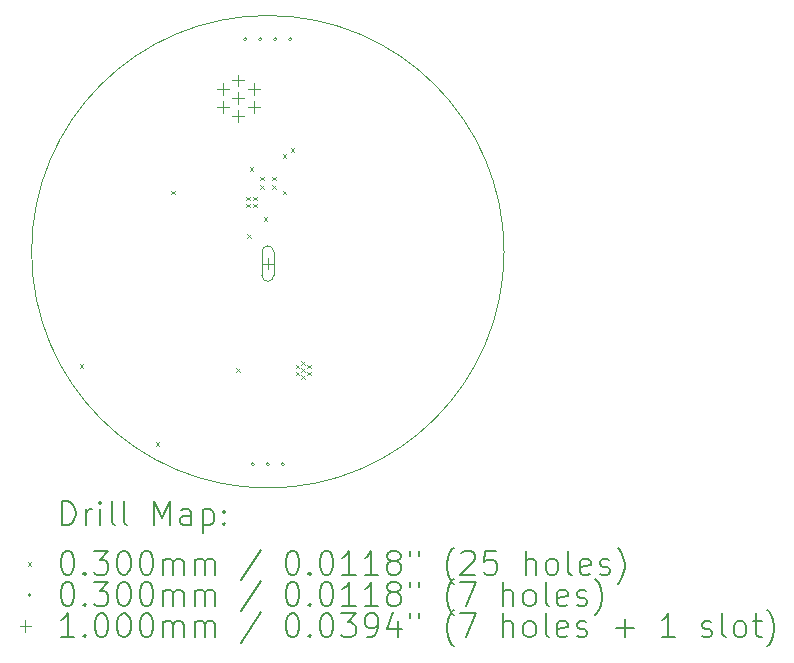
<source format=gbr>
%TF.GenerationSoftware,KiCad,Pcbnew,8.0.7*%
%TF.CreationDate,2024-12-04T21:33:15-06:00*%
%TF.ProjectId,b1,62312e6b-6963-4616-945f-706362585858,rev?*%
%TF.SameCoordinates,Original*%
%TF.FileFunction,Drillmap*%
%TF.FilePolarity,Positive*%
%FSLAX45Y45*%
G04 Gerber Fmt 4.5, Leading zero omitted, Abs format (unit mm)*
G04 Created by KiCad (PCBNEW 8.0.7) date 2024-12-04 21:33:15*
%MOMM*%
%LPD*%
G01*
G04 APERTURE LIST*
%ADD10C,0.050000*%
%ADD11C,0.200000*%
%ADD12C,0.100000*%
G04 APERTURE END LIST*
D10*
X7000000Y-5000000D02*
G75*
G02*
X3000000Y-5000000I-2000000J0D01*
G01*
X3000000Y-5000000D02*
G75*
G02*
X7000000Y-5000000I2000000J0D01*
G01*
D11*
D12*
X3407103Y-5952002D02*
X3437103Y-5982002D01*
X3437103Y-5952002D02*
X3407103Y-5982002D01*
X4052500Y-6611397D02*
X4082500Y-6641397D01*
X4082500Y-6611397D02*
X4052500Y-6641397D01*
X4184000Y-4485000D02*
X4214000Y-4515000D01*
X4214000Y-4485000D02*
X4184000Y-4515000D01*
X4731000Y-5985000D02*
X4761000Y-6015000D01*
X4761000Y-5985000D02*
X4731000Y-6015000D01*
X4815000Y-4535000D02*
X4845000Y-4565000D01*
X4845000Y-4535000D02*
X4815000Y-4565000D01*
X4815000Y-4595000D02*
X4845000Y-4625000D01*
X4845000Y-4595000D02*
X4815000Y-4625000D01*
X4824700Y-4849700D02*
X4854700Y-4879700D01*
X4854700Y-4849700D02*
X4824700Y-4879700D01*
X4845493Y-4285000D02*
X4875493Y-4315000D01*
X4875493Y-4285000D02*
X4845493Y-4315000D01*
X4875000Y-4535000D02*
X4905000Y-4565000D01*
X4905000Y-4535000D02*
X4875000Y-4565000D01*
X4875000Y-4595000D02*
X4905000Y-4625000D01*
X4905000Y-4595000D02*
X4875000Y-4625000D01*
X4935000Y-4365000D02*
X4965000Y-4395000D01*
X4965000Y-4365000D02*
X4935000Y-4395000D01*
X4935000Y-4435000D02*
X4965000Y-4465000D01*
X4965000Y-4435000D02*
X4935000Y-4465000D01*
X4965000Y-4709400D02*
X4995000Y-4739400D01*
X4995000Y-4709400D02*
X4965000Y-4739400D01*
X5035000Y-4365000D02*
X5065000Y-4395000D01*
X5065000Y-4365000D02*
X5035000Y-4395000D01*
X5035000Y-4435000D02*
X5065000Y-4465000D01*
X5065000Y-4435000D02*
X5035000Y-4465000D01*
X5124507Y-4485000D02*
X5154507Y-4515000D01*
X5154507Y-4485000D02*
X5124507Y-4515000D01*
X5125000Y-4172426D02*
X5155000Y-4202427D01*
X5155000Y-4172426D02*
X5125000Y-4202427D01*
X5193586Y-4123333D02*
X5223586Y-4153333D01*
X5223586Y-4123333D02*
X5193586Y-4153333D01*
X5235000Y-5955000D02*
X5265000Y-5985000D01*
X5265000Y-5955000D02*
X5235000Y-5985000D01*
X5235000Y-6015000D02*
X5265000Y-6045000D01*
X5265000Y-6015000D02*
X5235000Y-6045000D01*
X5285000Y-5925000D02*
X5315000Y-5955000D01*
X5315000Y-5925000D02*
X5285000Y-5955000D01*
X5285000Y-5985000D02*
X5315000Y-6015000D01*
X5315000Y-5985000D02*
X5285000Y-6015000D01*
X5285000Y-6045000D02*
X5315000Y-6075000D01*
X5315000Y-6045000D02*
X5285000Y-6075000D01*
X5335000Y-5955000D02*
X5365000Y-5985000D01*
X5365000Y-5955000D02*
X5335000Y-5985000D01*
X5335000Y-6015000D02*
X5365000Y-6045000D01*
X5365000Y-6015000D02*
X5335000Y-6045000D01*
X4824500Y-3200000D02*
G75*
G02*
X4794500Y-3200000I-15000J0D01*
G01*
X4794500Y-3200000D02*
G75*
G02*
X4824500Y-3200000I15000J0D01*
G01*
X4888000Y-6800000D02*
G75*
G02*
X4858000Y-6800000I-15000J0D01*
G01*
X4858000Y-6800000D02*
G75*
G02*
X4888000Y-6800000I15000J0D01*
G01*
X4951500Y-3200000D02*
G75*
G02*
X4921500Y-3200000I-15000J0D01*
G01*
X4921500Y-3200000D02*
G75*
G02*
X4951500Y-3200000I15000J0D01*
G01*
X5015000Y-6800000D02*
G75*
G02*
X4985000Y-6800000I-15000J0D01*
G01*
X4985000Y-6800000D02*
G75*
G02*
X5015000Y-6800000I15000J0D01*
G01*
X5078500Y-3200000D02*
G75*
G02*
X5048500Y-3200000I-15000J0D01*
G01*
X5048500Y-3200000D02*
G75*
G02*
X5078500Y-3200000I15000J0D01*
G01*
X5142000Y-6800000D02*
G75*
G02*
X5112000Y-6800000I-15000J0D01*
G01*
X5112000Y-6800000D02*
G75*
G02*
X5142000Y-6800000I15000J0D01*
G01*
X5205500Y-3200000D02*
G75*
G02*
X5175500Y-3200000I-15000J0D01*
G01*
X5175500Y-3200000D02*
G75*
G02*
X5205500Y-3200000I15000J0D01*
G01*
X4620096Y-3575000D02*
X4620096Y-3675000D01*
X4570096Y-3625000D02*
X4670096Y-3625000D01*
X4620096Y-3725000D02*
X4620096Y-3825000D01*
X4570096Y-3775000D02*
X4670096Y-3775000D01*
X4750000Y-3500000D02*
X4750000Y-3600000D01*
X4700000Y-3550000D02*
X4800000Y-3550000D01*
X4750000Y-3650000D02*
X4750000Y-3750000D01*
X4700000Y-3700000D02*
X4800000Y-3700000D01*
X4750000Y-3800000D02*
X4750000Y-3900000D01*
X4700000Y-3850000D02*
X4800000Y-3850000D01*
X4879904Y-3575000D02*
X4879904Y-3675000D01*
X4829904Y-3625000D02*
X4929904Y-3625000D01*
X4879904Y-3725000D02*
X4879904Y-3825000D01*
X4829904Y-3775000D02*
X4929904Y-3775000D01*
X5000000Y-5050000D02*
X5000000Y-5150000D01*
X4950000Y-5100000D02*
X5050000Y-5100000D01*
X4950000Y-5000000D02*
X4950000Y-5200000D01*
X5050000Y-5200000D02*
G75*
G02*
X4950000Y-5200000I-50000J0D01*
G01*
X5050000Y-5200000D02*
X5050000Y-5000000D01*
X5050000Y-5000000D02*
G75*
G03*
X4950000Y-5000000I-50000J0D01*
G01*
D11*
X3258277Y-7313984D02*
X3258277Y-7113984D01*
X3258277Y-7113984D02*
X3305896Y-7113984D01*
X3305896Y-7113984D02*
X3334467Y-7123508D01*
X3334467Y-7123508D02*
X3353515Y-7142555D01*
X3353515Y-7142555D02*
X3363039Y-7161603D01*
X3363039Y-7161603D02*
X3372562Y-7199698D01*
X3372562Y-7199698D02*
X3372562Y-7228269D01*
X3372562Y-7228269D02*
X3363039Y-7266365D01*
X3363039Y-7266365D02*
X3353515Y-7285412D01*
X3353515Y-7285412D02*
X3334467Y-7304460D01*
X3334467Y-7304460D02*
X3305896Y-7313984D01*
X3305896Y-7313984D02*
X3258277Y-7313984D01*
X3458277Y-7313984D02*
X3458277Y-7180650D01*
X3458277Y-7218746D02*
X3467801Y-7199698D01*
X3467801Y-7199698D02*
X3477324Y-7190174D01*
X3477324Y-7190174D02*
X3496372Y-7180650D01*
X3496372Y-7180650D02*
X3515420Y-7180650D01*
X3582086Y-7313984D02*
X3582086Y-7180650D01*
X3582086Y-7113984D02*
X3572562Y-7123508D01*
X3572562Y-7123508D02*
X3582086Y-7133031D01*
X3582086Y-7133031D02*
X3591610Y-7123508D01*
X3591610Y-7123508D02*
X3582086Y-7113984D01*
X3582086Y-7113984D02*
X3582086Y-7133031D01*
X3705896Y-7313984D02*
X3686848Y-7304460D01*
X3686848Y-7304460D02*
X3677324Y-7285412D01*
X3677324Y-7285412D02*
X3677324Y-7113984D01*
X3810658Y-7313984D02*
X3791610Y-7304460D01*
X3791610Y-7304460D02*
X3782086Y-7285412D01*
X3782086Y-7285412D02*
X3782086Y-7113984D01*
X4039229Y-7313984D02*
X4039229Y-7113984D01*
X4039229Y-7113984D02*
X4105896Y-7256841D01*
X4105896Y-7256841D02*
X4172562Y-7113984D01*
X4172562Y-7113984D02*
X4172562Y-7313984D01*
X4353515Y-7313984D02*
X4353515Y-7209222D01*
X4353515Y-7209222D02*
X4343991Y-7190174D01*
X4343991Y-7190174D02*
X4324944Y-7180650D01*
X4324944Y-7180650D02*
X4286848Y-7180650D01*
X4286848Y-7180650D02*
X4267801Y-7190174D01*
X4353515Y-7304460D02*
X4334467Y-7313984D01*
X4334467Y-7313984D02*
X4286848Y-7313984D01*
X4286848Y-7313984D02*
X4267801Y-7304460D01*
X4267801Y-7304460D02*
X4258277Y-7285412D01*
X4258277Y-7285412D02*
X4258277Y-7266365D01*
X4258277Y-7266365D02*
X4267801Y-7247317D01*
X4267801Y-7247317D02*
X4286848Y-7237793D01*
X4286848Y-7237793D02*
X4334467Y-7237793D01*
X4334467Y-7237793D02*
X4353515Y-7228269D01*
X4448753Y-7180650D02*
X4448753Y-7380650D01*
X4448753Y-7190174D02*
X4467801Y-7180650D01*
X4467801Y-7180650D02*
X4505896Y-7180650D01*
X4505896Y-7180650D02*
X4524944Y-7190174D01*
X4524944Y-7190174D02*
X4534467Y-7199698D01*
X4534467Y-7199698D02*
X4543991Y-7218746D01*
X4543991Y-7218746D02*
X4543991Y-7275888D01*
X4543991Y-7275888D02*
X4534467Y-7294936D01*
X4534467Y-7294936D02*
X4524944Y-7304460D01*
X4524944Y-7304460D02*
X4505896Y-7313984D01*
X4505896Y-7313984D02*
X4467801Y-7313984D01*
X4467801Y-7313984D02*
X4448753Y-7304460D01*
X4629705Y-7294936D02*
X4639229Y-7304460D01*
X4639229Y-7304460D02*
X4629705Y-7313984D01*
X4629705Y-7313984D02*
X4620182Y-7304460D01*
X4620182Y-7304460D02*
X4629705Y-7294936D01*
X4629705Y-7294936D02*
X4629705Y-7313984D01*
X4629705Y-7190174D02*
X4639229Y-7199698D01*
X4639229Y-7199698D02*
X4629705Y-7209222D01*
X4629705Y-7209222D02*
X4620182Y-7199698D01*
X4620182Y-7199698D02*
X4629705Y-7190174D01*
X4629705Y-7190174D02*
X4629705Y-7209222D01*
D12*
X2967500Y-7627500D02*
X2997500Y-7657500D01*
X2997500Y-7627500D02*
X2967500Y-7657500D01*
D11*
X3296372Y-7533984D02*
X3315420Y-7533984D01*
X3315420Y-7533984D02*
X3334467Y-7543508D01*
X3334467Y-7543508D02*
X3343991Y-7553031D01*
X3343991Y-7553031D02*
X3353515Y-7572079D01*
X3353515Y-7572079D02*
X3363039Y-7610174D01*
X3363039Y-7610174D02*
X3363039Y-7657793D01*
X3363039Y-7657793D02*
X3353515Y-7695888D01*
X3353515Y-7695888D02*
X3343991Y-7714936D01*
X3343991Y-7714936D02*
X3334467Y-7724460D01*
X3334467Y-7724460D02*
X3315420Y-7733984D01*
X3315420Y-7733984D02*
X3296372Y-7733984D01*
X3296372Y-7733984D02*
X3277324Y-7724460D01*
X3277324Y-7724460D02*
X3267801Y-7714936D01*
X3267801Y-7714936D02*
X3258277Y-7695888D01*
X3258277Y-7695888D02*
X3248753Y-7657793D01*
X3248753Y-7657793D02*
X3248753Y-7610174D01*
X3248753Y-7610174D02*
X3258277Y-7572079D01*
X3258277Y-7572079D02*
X3267801Y-7553031D01*
X3267801Y-7553031D02*
X3277324Y-7543508D01*
X3277324Y-7543508D02*
X3296372Y-7533984D01*
X3448753Y-7714936D02*
X3458277Y-7724460D01*
X3458277Y-7724460D02*
X3448753Y-7733984D01*
X3448753Y-7733984D02*
X3439229Y-7724460D01*
X3439229Y-7724460D02*
X3448753Y-7714936D01*
X3448753Y-7714936D02*
X3448753Y-7733984D01*
X3524943Y-7533984D02*
X3648753Y-7533984D01*
X3648753Y-7533984D02*
X3582086Y-7610174D01*
X3582086Y-7610174D02*
X3610658Y-7610174D01*
X3610658Y-7610174D02*
X3629705Y-7619698D01*
X3629705Y-7619698D02*
X3639229Y-7629222D01*
X3639229Y-7629222D02*
X3648753Y-7648269D01*
X3648753Y-7648269D02*
X3648753Y-7695888D01*
X3648753Y-7695888D02*
X3639229Y-7714936D01*
X3639229Y-7714936D02*
X3629705Y-7724460D01*
X3629705Y-7724460D02*
X3610658Y-7733984D01*
X3610658Y-7733984D02*
X3553515Y-7733984D01*
X3553515Y-7733984D02*
X3534467Y-7724460D01*
X3534467Y-7724460D02*
X3524943Y-7714936D01*
X3772562Y-7533984D02*
X3791610Y-7533984D01*
X3791610Y-7533984D02*
X3810658Y-7543508D01*
X3810658Y-7543508D02*
X3820182Y-7553031D01*
X3820182Y-7553031D02*
X3829705Y-7572079D01*
X3829705Y-7572079D02*
X3839229Y-7610174D01*
X3839229Y-7610174D02*
X3839229Y-7657793D01*
X3839229Y-7657793D02*
X3829705Y-7695888D01*
X3829705Y-7695888D02*
X3820182Y-7714936D01*
X3820182Y-7714936D02*
X3810658Y-7724460D01*
X3810658Y-7724460D02*
X3791610Y-7733984D01*
X3791610Y-7733984D02*
X3772562Y-7733984D01*
X3772562Y-7733984D02*
X3753515Y-7724460D01*
X3753515Y-7724460D02*
X3743991Y-7714936D01*
X3743991Y-7714936D02*
X3734467Y-7695888D01*
X3734467Y-7695888D02*
X3724943Y-7657793D01*
X3724943Y-7657793D02*
X3724943Y-7610174D01*
X3724943Y-7610174D02*
X3734467Y-7572079D01*
X3734467Y-7572079D02*
X3743991Y-7553031D01*
X3743991Y-7553031D02*
X3753515Y-7543508D01*
X3753515Y-7543508D02*
X3772562Y-7533984D01*
X3963039Y-7533984D02*
X3982086Y-7533984D01*
X3982086Y-7533984D02*
X4001134Y-7543508D01*
X4001134Y-7543508D02*
X4010658Y-7553031D01*
X4010658Y-7553031D02*
X4020182Y-7572079D01*
X4020182Y-7572079D02*
X4029705Y-7610174D01*
X4029705Y-7610174D02*
X4029705Y-7657793D01*
X4029705Y-7657793D02*
X4020182Y-7695888D01*
X4020182Y-7695888D02*
X4010658Y-7714936D01*
X4010658Y-7714936D02*
X4001134Y-7724460D01*
X4001134Y-7724460D02*
X3982086Y-7733984D01*
X3982086Y-7733984D02*
X3963039Y-7733984D01*
X3963039Y-7733984D02*
X3943991Y-7724460D01*
X3943991Y-7724460D02*
X3934467Y-7714936D01*
X3934467Y-7714936D02*
X3924943Y-7695888D01*
X3924943Y-7695888D02*
X3915420Y-7657793D01*
X3915420Y-7657793D02*
X3915420Y-7610174D01*
X3915420Y-7610174D02*
X3924943Y-7572079D01*
X3924943Y-7572079D02*
X3934467Y-7553031D01*
X3934467Y-7553031D02*
X3943991Y-7543508D01*
X3943991Y-7543508D02*
X3963039Y-7533984D01*
X4115420Y-7733984D02*
X4115420Y-7600650D01*
X4115420Y-7619698D02*
X4124943Y-7610174D01*
X4124943Y-7610174D02*
X4143991Y-7600650D01*
X4143991Y-7600650D02*
X4172563Y-7600650D01*
X4172563Y-7600650D02*
X4191610Y-7610174D01*
X4191610Y-7610174D02*
X4201134Y-7629222D01*
X4201134Y-7629222D02*
X4201134Y-7733984D01*
X4201134Y-7629222D02*
X4210658Y-7610174D01*
X4210658Y-7610174D02*
X4229705Y-7600650D01*
X4229705Y-7600650D02*
X4258277Y-7600650D01*
X4258277Y-7600650D02*
X4277325Y-7610174D01*
X4277325Y-7610174D02*
X4286848Y-7629222D01*
X4286848Y-7629222D02*
X4286848Y-7733984D01*
X4382086Y-7733984D02*
X4382086Y-7600650D01*
X4382086Y-7619698D02*
X4391610Y-7610174D01*
X4391610Y-7610174D02*
X4410658Y-7600650D01*
X4410658Y-7600650D02*
X4439229Y-7600650D01*
X4439229Y-7600650D02*
X4458277Y-7610174D01*
X4458277Y-7610174D02*
X4467801Y-7629222D01*
X4467801Y-7629222D02*
X4467801Y-7733984D01*
X4467801Y-7629222D02*
X4477325Y-7610174D01*
X4477325Y-7610174D02*
X4496372Y-7600650D01*
X4496372Y-7600650D02*
X4524944Y-7600650D01*
X4524944Y-7600650D02*
X4543991Y-7610174D01*
X4543991Y-7610174D02*
X4553515Y-7629222D01*
X4553515Y-7629222D02*
X4553515Y-7733984D01*
X4943991Y-7524460D02*
X4772563Y-7781603D01*
X5201134Y-7533984D02*
X5220182Y-7533984D01*
X5220182Y-7533984D02*
X5239229Y-7543508D01*
X5239229Y-7543508D02*
X5248753Y-7553031D01*
X5248753Y-7553031D02*
X5258277Y-7572079D01*
X5258277Y-7572079D02*
X5267801Y-7610174D01*
X5267801Y-7610174D02*
X5267801Y-7657793D01*
X5267801Y-7657793D02*
X5258277Y-7695888D01*
X5258277Y-7695888D02*
X5248753Y-7714936D01*
X5248753Y-7714936D02*
X5239229Y-7724460D01*
X5239229Y-7724460D02*
X5220182Y-7733984D01*
X5220182Y-7733984D02*
X5201134Y-7733984D01*
X5201134Y-7733984D02*
X5182087Y-7724460D01*
X5182087Y-7724460D02*
X5172563Y-7714936D01*
X5172563Y-7714936D02*
X5163039Y-7695888D01*
X5163039Y-7695888D02*
X5153515Y-7657793D01*
X5153515Y-7657793D02*
X5153515Y-7610174D01*
X5153515Y-7610174D02*
X5163039Y-7572079D01*
X5163039Y-7572079D02*
X5172563Y-7553031D01*
X5172563Y-7553031D02*
X5182087Y-7543508D01*
X5182087Y-7543508D02*
X5201134Y-7533984D01*
X5353515Y-7714936D02*
X5363039Y-7724460D01*
X5363039Y-7724460D02*
X5353515Y-7733984D01*
X5353515Y-7733984D02*
X5343991Y-7724460D01*
X5343991Y-7724460D02*
X5353515Y-7714936D01*
X5353515Y-7714936D02*
X5353515Y-7733984D01*
X5486848Y-7533984D02*
X5505896Y-7533984D01*
X5505896Y-7533984D02*
X5524944Y-7543508D01*
X5524944Y-7543508D02*
X5534468Y-7553031D01*
X5534468Y-7553031D02*
X5543991Y-7572079D01*
X5543991Y-7572079D02*
X5553515Y-7610174D01*
X5553515Y-7610174D02*
X5553515Y-7657793D01*
X5553515Y-7657793D02*
X5543991Y-7695888D01*
X5543991Y-7695888D02*
X5534468Y-7714936D01*
X5534468Y-7714936D02*
X5524944Y-7724460D01*
X5524944Y-7724460D02*
X5505896Y-7733984D01*
X5505896Y-7733984D02*
X5486848Y-7733984D01*
X5486848Y-7733984D02*
X5467801Y-7724460D01*
X5467801Y-7724460D02*
X5458277Y-7714936D01*
X5458277Y-7714936D02*
X5448753Y-7695888D01*
X5448753Y-7695888D02*
X5439229Y-7657793D01*
X5439229Y-7657793D02*
X5439229Y-7610174D01*
X5439229Y-7610174D02*
X5448753Y-7572079D01*
X5448753Y-7572079D02*
X5458277Y-7553031D01*
X5458277Y-7553031D02*
X5467801Y-7543508D01*
X5467801Y-7543508D02*
X5486848Y-7533984D01*
X5743991Y-7733984D02*
X5629706Y-7733984D01*
X5686848Y-7733984D02*
X5686848Y-7533984D01*
X5686848Y-7533984D02*
X5667801Y-7562555D01*
X5667801Y-7562555D02*
X5648753Y-7581603D01*
X5648753Y-7581603D02*
X5629706Y-7591127D01*
X5934467Y-7733984D02*
X5820182Y-7733984D01*
X5877325Y-7733984D02*
X5877325Y-7533984D01*
X5877325Y-7533984D02*
X5858277Y-7562555D01*
X5858277Y-7562555D02*
X5839229Y-7581603D01*
X5839229Y-7581603D02*
X5820182Y-7591127D01*
X6048753Y-7619698D02*
X6029706Y-7610174D01*
X6029706Y-7610174D02*
X6020182Y-7600650D01*
X6020182Y-7600650D02*
X6010658Y-7581603D01*
X6010658Y-7581603D02*
X6010658Y-7572079D01*
X6010658Y-7572079D02*
X6020182Y-7553031D01*
X6020182Y-7553031D02*
X6029706Y-7543508D01*
X6029706Y-7543508D02*
X6048753Y-7533984D01*
X6048753Y-7533984D02*
X6086848Y-7533984D01*
X6086848Y-7533984D02*
X6105896Y-7543508D01*
X6105896Y-7543508D02*
X6115420Y-7553031D01*
X6115420Y-7553031D02*
X6124944Y-7572079D01*
X6124944Y-7572079D02*
X6124944Y-7581603D01*
X6124944Y-7581603D02*
X6115420Y-7600650D01*
X6115420Y-7600650D02*
X6105896Y-7610174D01*
X6105896Y-7610174D02*
X6086848Y-7619698D01*
X6086848Y-7619698D02*
X6048753Y-7619698D01*
X6048753Y-7619698D02*
X6029706Y-7629222D01*
X6029706Y-7629222D02*
X6020182Y-7638746D01*
X6020182Y-7638746D02*
X6010658Y-7657793D01*
X6010658Y-7657793D02*
X6010658Y-7695888D01*
X6010658Y-7695888D02*
X6020182Y-7714936D01*
X6020182Y-7714936D02*
X6029706Y-7724460D01*
X6029706Y-7724460D02*
X6048753Y-7733984D01*
X6048753Y-7733984D02*
X6086848Y-7733984D01*
X6086848Y-7733984D02*
X6105896Y-7724460D01*
X6105896Y-7724460D02*
X6115420Y-7714936D01*
X6115420Y-7714936D02*
X6124944Y-7695888D01*
X6124944Y-7695888D02*
X6124944Y-7657793D01*
X6124944Y-7657793D02*
X6115420Y-7638746D01*
X6115420Y-7638746D02*
X6105896Y-7629222D01*
X6105896Y-7629222D02*
X6086848Y-7619698D01*
X6201134Y-7533984D02*
X6201134Y-7572079D01*
X6277325Y-7533984D02*
X6277325Y-7572079D01*
X6572563Y-7810174D02*
X6563039Y-7800650D01*
X6563039Y-7800650D02*
X6543991Y-7772079D01*
X6543991Y-7772079D02*
X6534468Y-7753031D01*
X6534468Y-7753031D02*
X6524944Y-7724460D01*
X6524944Y-7724460D02*
X6515420Y-7676841D01*
X6515420Y-7676841D02*
X6515420Y-7638746D01*
X6515420Y-7638746D02*
X6524944Y-7591127D01*
X6524944Y-7591127D02*
X6534468Y-7562555D01*
X6534468Y-7562555D02*
X6543991Y-7543508D01*
X6543991Y-7543508D02*
X6563039Y-7514936D01*
X6563039Y-7514936D02*
X6572563Y-7505412D01*
X6639229Y-7553031D02*
X6648753Y-7543508D01*
X6648753Y-7543508D02*
X6667801Y-7533984D01*
X6667801Y-7533984D02*
X6715420Y-7533984D01*
X6715420Y-7533984D02*
X6734468Y-7543508D01*
X6734468Y-7543508D02*
X6743991Y-7553031D01*
X6743991Y-7553031D02*
X6753515Y-7572079D01*
X6753515Y-7572079D02*
X6753515Y-7591127D01*
X6753515Y-7591127D02*
X6743991Y-7619698D01*
X6743991Y-7619698D02*
X6629706Y-7733984D01*
X6629706Y-7733984D02*
X6753515Y-7733984D01*
X6934468Y-7533984D02*
X6839229Y-7533984D01*
X6839229Y-7533984D02*
X6829706Y-7629222D01*
X6829706Y-7629222D02*
X6839229Y-7619698D01*
X6839229Y-7619698D02*
X6858277Y-7610174D01*
X6858277Y-7610174D02*
X6905896Y-7610174D01*
X6905896Y-7610174D02*
X6924944Y-7619698D01*
X6924944Y-7619698D02*
X6934468Y-7629222D01*
X6934468Y-7629222D02*
X6943991Y-7648269D01*
X6943991Y-7648269D02*
X6943991Y-7695888D01*
X6943991Y-7695888D02*
X6934468Y-7714936D01*
X6934468Y-7714936D02*
X6924944Y-7724460D01*
X6924944Y-7724460D02*
X6905896Y-7733984D01*
X6905896Y-7733984D02*
X6858277Y-7733984D01*
X6858277Y-7733984D02*
X6839229Y-7724460D01*
X6839229Y-7724460D02*
X6829706Y-7714936D01*
X7182087Y-7733984D02*
X7182087Y-7533984D01*
X7267801Y-7733984D02*
X7267801Y-7629222D01*
X7267801Y-7629222D02*
X7258277Y-7610174D01*
X7258277Y-7610174D02*
X7239230Y-7600650D01*
X7239230Y-7600650D02*
X7210658Y-7600650D01*
X7210658Y-7600650D02*
X7191610Y-7610174D01*
X7191610Y-7610174D02*
X7182087Y-7619698D01*
X7391610Y-7733984D02*
X7372563Y-7724460D01*
X7372563Y-7724460D02*
X7363039Y-7714936D01*
X7363039Y-7714936D02*
X7353515Y-7695888D01*
X7353515Y-7695888D02*
X7353515Y-7638746D01*
X7353515Y-7638746D02*
X7363039Y-7619698D01*
X7363039Y-7619698D02*
X7372563Y-7610174D01*
X7372563Y-7610174D02*
X7391610Y-7600650D01*
X7391610Y-7600650D02*
X7420182Y-7600650D01*
X7420182Y-7600650D02*
X7439230Y-7610174D01*
X7439230Y-7610174D02*
X7448753Y-7619698D01*
X7448753Y-7619698D02*
X7458277Y-7638746D01*
X7458277Y-7638746D02*
X7458277Y-7695888D01*
X7458277Y-7695888D02*
X7448753Y-7714936D01*
X7448753Y-7714936D02*
X7439230Y-7724460D01*
X7439230Y-7724460D02*
X7420182Y-7733984D01*
X7420182Y-7733984D02*
X7391610Y-7733984D01*
X7572563Y-7733984D02*
X7553515Y-7724460D01*
X7553515Y-7724460D02*
X7543991Y-7705412D01*
X7543991Y-7705412D02*
X7543991Y-7533984D01*
X7724944Y-7724460D02*
X7705896Y-7733984D01*
X7705896Y-7733984D02*
X7667801Y-7733984D01*
X7667801Y-7733984D02*
X7648753Y-7724460D01*
X7648753Y-7724460D02*
X7639230Y-7705412D01*
X7639230Y-7705412D02*
X7639230Y-7629222D01*
X7639230Y-7629222D02*
X7648753Y-7610174D01*
X7648753Y-7610174D02*
X7667801Y-7600650D01*
X7667801Y-7600650D02*
X7705896Y-7600650D01*
X7705896Y-7600650D02*
X7724944Y-7610174D01*
X7724944Y-7610174D02*
X7734468Y-7629222D01*
X7734468Y-7629222D02*
X7734468Y-7648269D01*
X7734468Y-7648269D02*
X7639230Y-7667317D01*
X7810658Y-7724460D02*
X7829706Y-7733984D01*
X7829706Y-7733984D02*
X7867801Y-7733984D01*
X7867801Y-7733984D02*
X7886849Y-7724460D01*
X7886849Y-7724460D02*
X7896372Y-7705412D01*
X7896372Y-7705412D02*
X7896372Y-7695888D01*
X7896372Y-7695888D02*
X7886849Y-7676841D01*
X7886849Y-7676841D02*
X7867801Y-7667317D01*
X7867801Y-7667317D02*
X7839230Y-7667317D01*
X7839230Y-7667317D02*
X7820182Y-7657793D01*
X7820182Y-7657793D02*
X7810658Y-7638746D01*
X7810658Y-7638746D02*
X7810658Y-7629222D01*
X7810658Y-7629222D02*
X7820182Y-7610174D01*
X7820182Y-7610174D02*
X7839230Y-7600650D01*
X7839230Y-7600650D02*
X7867801Y-7600650D01*
X7867801Y-7600650D02*
X7886849Y-7610174D01*
X7963039Y-7810174D02*
X7972563Y-7800650D01*
X7972563Y-7800650D02*
X7991611Y-7772079D01*
X7991611Y-7772079D02*
X8001134Y-7753031D01*
X8001134Y-7753031D02*
X8010658Y-7724460D01*
X8010658Y-7724460D02*
X8020182Y-7676841D01*
X8020182Y-7676841D02*
X8020182Y-7638746D01*
X8020182Y-7638746D02*
X8010658Y-7591127D01*
X8010658Y-7591127D02*
X8001134Y-7562555D01*
X8001134Y-7562555D02*
X7991611Y-7543508D01*
X7991611Y-7543508D02*
X7972563Y-7514936D01*
X7972563Y-7514936D02*
X7963039Y-7505412D01*
D12*
X2997500Y-7906500D02*
G75*
G02*
X2967500Y-7906500I-15000J0D01*
G01*
X2967500Y-7906500D02*
G75*
G02*
X2997500Y-7906500I15000J0D01*
G01*
D11*
X3296372Y-7797984D02*
X3315420Y-7797984D01*
X3315420Y-7797984D02*
X3334467Y-7807508D01*
X3334467Y-7807508D02*
X3343991Y-7817031D01*
X3343991Y-7817031D02*
X3353515Y-7836079D01*
X3353515Y-7836079D02*
X3363039Y-7874174D01*
X3363039Y-7874174D02*
X3363039Y-7921793D01*
X3363039Y-7921793D02*
X3353515Y-7959888D01*
X3353515Y-7959888D02*
X3343991Y-7978936D01*
X3343991Y-7978936D02*
X3334467Y-7988460D01*
X3334467Y-7988460D02*
X3315420Y-7997984D01*
X3315420Y-7997984D02*
X3296372Y-7997984D01*
X3296372Y-7997984D02*
X3277324Y-7988460D01*
X3277324Y-7988460D02*
X3267801Y-7978936D01*
X3267801Y-7978936D02*
X3258277Y-7959888D01*
X3258277Y-7959888D02*
X3248753Y-7921793D01*
X3248753Y-7921793D02*
X3248753Y-7874174D01*
X3248753Y-7874174D02*
X3258277Y-7836079D01*
X3258277Y-7836079D02*
X3267801Y-7817031D01*
X3267801Y-7817031D02*
X3277324Y-7807508D01*
X3277324Y-7807508D02*
X3296372Y-7797984D01*
X3448753Y-7978936D02*
X3458277Y-7988460D01*
X3458277Y-7988460D02*
X3448753Y-7997984D01*
X3448753Y-7997984D02*
X3439229Y-7988460D01*
X3439229Y-7988460D02*
X3448753Y-7978936D01*
X3448753Y-7978936D02*
X3448753Y-7997984D01*
X3524943Y-7797984D02*
X3648753Y-7797984D01*
X3648753Y-7797984D02*
X3582086Y-7874174D01*
X3582086Y-7874174D02*
X3610658Y-7874174D01*
X3610658Y-7874174D02*
X3629705Y-7883698D01*
X3629705Y-7883698D02*
X3639229Y-7893222D01*
X3639229Y-7893222D02*
X3648753Y-7912269D01*
X3648753Y-7912269D02*
X3648753Y-7959888D01*
X3648753Y-7959888D02*
X3639229Y-7978936D01*
X3639229Y-7978936D02*
X3629705Y-7988460D01*
X3629705Y-7988460D02*
X3610658Y-7997984D01*
X3610658Y-7997984D02*
X3553515Y-7997984D01*
X3553515Y-7997984D02*
X3534467Y-7988460D01*
X3534467Y-7988460D02*
X3524943Y-7978936D01*
X3772562Y-7797984D02*
X3791610Y-7797984D01*
X3791610Y-7797984D02*
X3810658Y-7807508D01*
X3810658Y-7807508D02*
X3820182Y-7817031D01*
X3820182Y-7817031D02*
X3829705Y-7836079D01*
X3829705Y-7836079D02*
X3839229Y-7874174D01*
X3839229Y-7874174D02*
X3839229Y-7921793D01*
X3839229Y-7921793D02*
X3829705Y-7959888D01*
X3829705Y-7959888D02*
X3820182Y-7978936D01*
X3820182Y-7978936D02*
X3810658Y-7988460D01*
X3810658Y-7988460D02*
X3791610Y-7997984D01*
X3791610Y-7997984D02*
X3772562Y-7997984D01*
X3772562Y-7997984D02*
X3753515Y-7988460D01*
X3753515Y-7988460D02*
X3743991Y-7978936D01*
X3743991Y-7978936D02*
X3734467Y-7959888D01*
X3734467Y-7959888D02*
X3724943Y-7921793D01*
X3724943Y-7921793D02*
X3724943Y-7874174D01*
X3724943Y-7874174D02*
X3734467Y-7836079D01*
X3734467Y-7836079D02*
X3743991Y-7817031D01*
X3743991Y-7817031D02*
X3753515Y-7807508D01*
X3753515Y-7807508D02*
X3772562Y-7797984D01*
X3963039Y-7797984D02*
X3982086Y-7797984D01*
X3982086Y-7797984D02*
X4001134Y-7807508D01*
X4001134Y-7807508D02*
X4010658Y-7817031D01*
X4010658Y-7817031D02*
X4020182Y-7836079D01*
X4020182Y-7836079D02*
X4029705Y-7874174D01*
X4029705Y-7874174D02*
X4029705Y-7921793D01*
X4029705Y-7921793D02*
X4020182Y-7959888D01*
X4020182Y-7959888D02*
X4010658Y-7978936D01*
X4010658Y-7978936D02*
X4001134Y-7988460D01*
X4001134Y-7988460D02*
X3982086Y-7997984D01*
X3982086Y-7997984D02*
X3963039Y-7997984D01*
X3963039Y-7997984D02*
X3943991Y-7988460D01*
X3943991Y-7988460D02*
X3934467Y-7978936D01*
X3934467Y-7978936D02*
X3924943Y-7959888D01*
X3924943Y-7959888D02*
X3915420Y-7921793D01*
X3915420Y-7921793D02*
X3915420Y-7874174D01*
X3915420Y-7874174D02*
X3924943Y-7836079D01*
X3924943Y-7836079D02*
X3934467Y-7817031D01*
X3934467Y-7817031D02*
X3943991Y-7807508D01*
X3943991Y-7807508D02*
X3963039Y-7797984D01*
X4115420Y-7997984D02*
X4115420Y-7864650D01*
X4115420Y-7883698D02*
X4124943Y-7874174D01*
X4124943Y-7874174D02*
X4143991Y-7864650D01*
X4143991Y-7864650D02*
X4172563Y-7864650D01*
X4172563Y-7864650D02*
X4191610Y-7874174D01*
X4191610Y-7874174D02*
X4201134Y-7893222D01*
X4201134Y-7893222D02*
X4201134Y-7997984D01*
X4201134Y-7893222D02*
X4210658Y-7874174D01*
X4210658Y-7874174D02*
X4229705Y-7864650D01*
X4229705Y-7864650D02*
X4258277Y-7864650D01*
X4258277Y-7864650D02*
X4277325Y-7874174D01*
X4277325Y-7874174D02*
X4286848Y-7893222D01*
X4286848Y-7893222D02*
X4286848Y-7997984D01*
X4382086Y-7997984D02*
X4382086Y-7864650D01*
X4382086Y-7883698D02*
X4391610Y-7874174D01*
X4391610Y-7874174D02*
X4410658Y-7864650D01*
X4410658Y-7864650D02*
X4439229Y-7864650D01*
X4439229Y-7864650D02*
X4458277Y-7874174D01*
X4458277Y-7874174D02*
X4467801Y-7893222D01*
X4467801Y-7893222D02*
X4467801Y-7997984D01*
X4467801Y-7893222D02*
X4477325Y-7874174D01*
X4477325Y-7874174D02*
X4496372Y-7864650D01*
X4496372Y-7864650D02*
X4524944Y-7864650D01*
X4524944Y-7864650D02*
X4543991Y-7874174D01*
X4543991Y-7874174D02*
X4553515Y-7893222D01*
X4553515Y-7893222D02*
X4553515Y-7997984D01*
X4943991Y-7788460D02*
X4772563Y-8045603D01*
X5201134Y-7797984D02*
X5220182Y-7797984D01*
X5220182Y-7797984D02*
X5239229Y-7807508D01*
X5239229Y-7807508D02*
X5248753Y-7817031D01*
X5248753Y-7817031D02*
X5258277Y-7836079D01*
X5258277Y-7836079D02*
X5267801Y-7874174D01*
X5267801Y-7874174D02*
X5267801Y-7921793D01*
X5267801Y-7921793D02*
X5258277Y-7959888D01*
X5258277Y-7959888D02*
X5248753Y-7978936D01*
X5248753Y-7978936D02*
X5239229Y-7988460D01*
X5239229Y-7988460D02*
X5220182Y-7997984D01*
X5220182Y-7997984D02*
X5201134Y-7997984D01*
X5201134Y-7997984D02*
X5182087Y-7988460D01*
X5182087Y-7988460D02*
X5172563Y-7978936D01*
X5172563Y-7978936D02*
X5163039Y-7959888D01*
X5163039Y-7959888D02*
X5153515Y-7921793D01*
X5153515Y-7921793D02*
X5153515Y-7874174D01*
X5153515Y-7874174D02*
X5163039Y-7836079D01*
X5163039Y-7836079D02*
X5172563Y-7817031D01*
X5172563Y-7817031D02*
X5182087Y-7807508D01*
X5182087Y-7807508D02*
X5201134Y-7797984D01*
X5353515Y-7978936D02*
X5363039Y-7988460D01*
X5363039Y-7988460D02*
X5353515Y-7997984D01*
X5353515Y-7997984D02*
X5343991Y-7988460D01*
X5343991Y-7988460D02*
X5353515Y-7978936D01*
X5353515Y-7978936D02*
X5353515Y-7997984D01*
X5486848Y-7797984D02*
X5505896Y-7797984D01*
X5505896Y-7797984D02*
X5524944Y-7807508D01*
X5524944Y-7807508D02*
X5534468Y-7817031D01*
X5534468Y-7817031D02*
X5543991Y-7836079D01*
X5543991Y-7836079D02*
X5553515Y-7874174D01*
X5553515Y-7874174D02*
X5553515Y-7921793D01*
X5553515Y-7921793D02*
X5543991Y-7959888D01*
X5543991Y-7959888D02*
X5534468Y-7978936D01*
X5534468Y-7978936D02*
X5524944Y-7988460D01*
X5524944Y-7988460D02*
X5505896Y-7997984D01*
X5505896Y-7997984D02*
X5486848Y-7997984D01*
X5486848Y-7997984D02*
X5467801Y-7988460D01*
X5467801Y-7988460D02*
X5458277Y-7978936D01*
X5458277Y-7978936D02*
X5448753Y-7959888D01*
X5448753Y-7959888D02*
X5439229Y-7921793D01*
X5439229Y-7921793D02*
X5439229Y-7874174D01*
X5439229Y-7874174D02*
X5448753Y-7836079D01*
X5448753Y-7836079D02*
X5458277Y-7817031D01*
X5458277Y-7817031D02*
X5467801Y-7807508D01*
X5467801Y-7807508D02*
X5486848Y-7797984D01*
X5743991Y-7997984D02*
X5629706Y-7997984D01*
X5686848Y-7997984D02*
X5686848Y-7797984D01*
X5686848Y-7797984D02*
X5667801Y-7826555D01*
X5667801Y-7826555D02*
X5648753Y-7845603D01*
X5648753Y-7845603D02*
X5629706Y-7855127D01*
X5934467Y-7997984D02*
X5820182Y-7997984D01*
X5877325Y-7997984D02*
X5877325Y-7797984D01*
X5877325Y-7797984D02*
X5858277Y-7826555D01*
X5858277Y-7826555D02*
X5839229Y-7845603D01*
X5839229Y-7845603D02*
X5820182Y-7855127D01*
X6048753Y-7883698D02*
X6029706Y-7874174D01*
X6029706Y-7874174D02*
X6020182Y-7864650D01*
X6020182Y-7864650D02*
X6010658Y-7845603D01*
X6010658Y-7845603D02*
X6010658Y-7836079D01*
X6010658Y-7836079D02*
X6020182Y-7817031D01*
X6020182Y-7817031D02*
X6029706Y-7807508D01*
X6029706Y-7807508D02*
X6048753Y-7797984D01*
X6048753Y-7797984D02*
X6086848Y-7797984D01*
X6086848Y-7797984D02*
X6105896Y-7807508D01*
X6105896Y-7807508D02*
X6115420Y-7817031D01*
X6115420Y-7817031D02*
X6124944Y-7836079D01*
X6124944Y-7836079D02*
X6124944Y-7845603D01*
X6124944Y-7845603D02*
X6115420Y-7864650D01*
X6115420Y-7864650D02*
X6105896Y-7874174D01*
X6105896Y-7874174D02*
X6086848Y-7883698D01*
X6086848Y-7883698D02*
X6048753Y-7883698D01*
X6048753Y-7883698D02*
X6029706Y-7893222D01*
X6029706Y-7893222D02*
X6020182Y-7902746D01*
X6020182Y-7902746D02*
X6010658Y-7921793D01*
X6010658Y-7921793D02*
X6010658Y-7959888D01*
X6010658Y-7959888D02*
X6020182Y-7978936D01*
X6020182Y-7978936D02*
X6029706Y-7988460D01*
X6029706Y-7988460D02*
X6048753Y-7997984D01*
X6048753Y-7997984D02*
X6086848Y-7997984D01*
X6086848Y-7997984D02*
X6105896Y-7988460D01*
X6105896Y-7988460D02*
X6115420Y-7978936D01*
X6115420Y-7978936D02*
X6124944Y-7959888D01*
X6124944Y-7959888D02*
X6124944Y-7921793D01*
X6124944Y-7921793D02*
X6115420Y-7902746D01*
X6115420Y-7902746D02*
X6105896Y-7893222D01*
X6105896Y-7893222D02*
X6086848Y-7883698D01*
X6201134Y-7797984D02*
X6201134Y-7836079D01*
X6277325Y-7797984D02*
X6277325Y-7836079D01*
X6572563Y-8074174D02*
X6563039Y-8064650D01*
X6563039Y-8064650D02*
X6543991Y-8036079D01*
X6543991Y-8036079D02*
X6534468Y-8017031D01*
X6534468Y-8017031D02*
X6524944Y-7988460D01*
X6524944Y-7988460D02*
X6515420Y-7940841D01*
X6515420Y-7940841D02*
X6515420Y-7902746D01*
X6515420Y-7902746D02*
X6524944Y-7855127D01*
X6524944Y-7855127D02*
X6534468Y-7826555D01*
X6534468Y-7826555D02*
X6543991Y-7807508D01*
X6543991Y-7807508D02*
X6563039Y-7778936D01*
X6563039Y-7778936D02*
X6572563Y-7769412D01*
X6629706Y-7797984D02*
X6763039Y-7797984D01*
X6763039Y-7797984D02*
X6677325Y-7997984D01*
X6991610Y-7997984D02*
X6991610Y-7797984D01*
X7077325Y-7997984D02*
X7077325Y-7893222D01*
X7077325Y-7893222D02*
X7067801Y-7874174D01*
X7067801Y-7874174D02*
X7048753Y-7864650D01*
X7048753Y-7864650D02*
X7020182Y-7864650D01*
X7020182Y-7864650D02*
X7001134Y-7874174D01*
X7001134Y-7874174D02*
X6991610Y-7883698D01*
X7201134Y-7997984D02*
X7182087Y-7988460D01*
X7182087Y-7988460D02*
X7172563Y-7978936D01*
X7172563Y-7978936D02*
X7163039Y-7959888D01*
X7163039Y-7959888D02*
X7163039Y-7902746D01*
X7163039Y-7902746D02*
X7172563Y-7883698D01*
X7172563Y-7883698D02*
X7182087Y-7874174D01*
X7182087Y-7874174D02*
X7201134Y-7864650D01*
X7201134Y-7864650D02*
X7229706Y-7864650D01*
X7229706Y-7864650D02*
X7248753Y-7874174D01*
X7248753Y-7874174D02*
X7258277Y-7883698D01*
X7258277Y-7883698D02*
X7267801Y-7902746D01*
X7267801Y-7902746D02*
X7267801Y-7959888D01*
X7267801Y-7959888D02*
X7258277Y-7978936D01*
X7258277Y-7978936D02*
X7248753Y-7988460D01*
X7248753Y-7988460D02*
X7229706Y-7997984D01*
X7229706Y-7997984D02*
X7201134Y-7997984D01*
X7382087Y-7997984D02*
X7363039Y-7988460D01*
X7363039Y-7988460D02*
X7353515Y-7969412D01*
X7353515Y-7969412D02*
X7353515Y-7797984D01*
X7534468Y-7988460D02*
X7515420Y-7997984D01*
X7515420Y-7997984D02*
X7477325Y-7997984D01*
X7477325Y-7997984D02*
X7458277Y-7988460D01*
X7458277Y-7988460D02*
X7448753Y-7969412D01*
X7448753Y-7969412D02*
X7448753Y-7893222D01*
X7448753Y-7893222D02*
X7458277Y-7874174D01*
X7458277Y-7874174D02*
X7477325Y-7864650D01*
X7477325Y-7864650D02*
X7515420Y-7864650D01*
X7515420Y-7864650D02*
X7534468Y-7874174D01*
X7534468Y-7874174D02*
X7543991Y-7893222D01*
X7543991Y-7893222D02*
X7543991Y-7912269D01*
X7543991Y-7912269D02*
X7448753Y-7931317D01*
X7620182Y-7988460D02*
X7639230Y-7997984D01*
X7639230Y-7997984D02*
X7677325Y-7997984D01*
X7677325Y-7997984D02*
X7696372Y-7988460D01*
X7696372Y-7988460D02*
X7705896Y-7969412D01*
X7705896Y-7969412D02*
X7705896Y-7959888D01*
X7705896Y-7959888D02*
X7696372Y-7940841D01*
X7696372Y-7940841D02*
X7677325Y-7931317D01*
X7677325Y-7931317D02*
X7648753Y-7931317D01*
X7648753Y-7931317D02*
X7629706Y-7921793D01*
X7629706Y-7921793D02*
X7620182Y-7902746D01*
X7620182Y-7902746D02*
X7620182Y-7893222D01*
X7620182Y-7893222D02*
X7629706Y-7874174D01*
X7629706Y-7874174D02*
X7648753Y-7864650D01*
X7648753Y-7864650D02*
X7677325Y-7864650D01*
X7677325Y-7864650D02*
X7696372Y-7874174D01*
X7772563Y-8074174D02*
X7782087Y-8064650D01*
X7782087Y-8064650D02*
X7801134Y-8036079D01*
X7801134Y-8036079D02*
X7810658Y-8017031D01*
X7810658Y-8017031D02*
X7820182Y-7988460D01*
X7820182Y-7988460D02*
X7829706Y-7940841D01*
X7829706Y-7940841D02*
X7829706Y-7902746D01*
X7829706Y-7902746D02*
X7820182Y-7855127D01*
X7820182Y-7855127D02*
X7810658Y-7826555D01*
X7810658Y-7826555D02*
X7801134Y-7807508D01*
X7801134Y-7807508D02*
X7782087Y-7778936D01*
X7782087Y-7778936D02*
X7772563Y-7769412D01*
D12*
X2947500Y-8120500D02*
X2947500Y-8220500D01*
X2897500Y-8170500D02*
X2997500Y-8170500D01*
D11*
X3363039Y-8261984D02*
X3248753Y-8261984D01*
X3305896Y-8261984D02*
X3305896Y-8061984D01*
X3305896Y-8061984D02*
X3286848Y-8090555D01*
X3286848Y-8090555D02*
X3267801Y-8109603D01*
X3267801Y-8109603D02*
X3248753Y-8119127D01*
X3448753Y-8242936D02*
X3458277Y-8252460D01*
X3458277Y-8252460D02*
X3448753Y-8261984D01*
X3448753Y-8261984D02*
X3439229Y-8252460D01*
X3439229Y-8252460D02*
X3448753Y-8242936D01*
X3448753Y-8242936D02*
X3448753Y-8261984D01*
X3582086Y-8061984D02*
X3601134Y-8061984D01*
X3601134Y-8061984D02*
X3620182Y-8071508D01*
X3620182Y-8071508D02*
X3629705Y-8081031D01*
X3629705Y-8081031D02*
X3639229Y-8100079D01*
X3639229Y-8100079D02*
X3648753Y-8138174D01*
X3648753Y-8138174D02*
X3648753Y-8185793D01*
X3648753Y-8185793D02*
X3639229Y-8223888D01*
X3639229Y-8223888D02*
X3629705Y-8242936D01*
X3629705Y-8242936D02*
X3620182Y-8252460D01*
X3620182Y-8252460D02*
X3601134Y-8261984D01*
X3601134Y-8261984D02*
X3582086Y-8261984D01*
X3582086Y-8261984D02*
X3563039Y-8252460D01*
X3563039Y-8252460D02*
X3553515Y-8242936D01*
X3553515Y-8242936D02*
X3543991Y-8223888D01*
X3543991Y-8223888D02*
X3534467Y-8185793D01*
X3534467Y-8185793D02*
X3534467Y-8138174D01*
X3534467Y-8138174D02*
X3543991Y-8100079D01*
X3543991Y-8100079D02*
X3553515Y-8081031D01*
X3553515Y-8081031D02*
X3563039Y-8071508D01*
X3563039Y-8071508D02*
X3582086Y-8061984D01*
X3772562Y-8061984D02*
X3791610Y-8061984D01*
X3791610Y-8061984D02*
X3810658Y-8071508D01*
X3810658Y-8071508D02*
X3820182Y-8081031D01*
X3820182Y-8081031D02*
X3829705Y-8100079D01*
X3829705Y-8100079D02*
X3839229Y-8138174D01*
X3839229Y-8138174D02*
X3839229Y-8185793D01*
X3839229Y-8185793D02*
X3829705Y-8223888D01*
X3829705Y-8223888D02*
X3820182Y-8242936D01*
X3820182Y-8242936D02*
X3810658Y-8252460D01*
X3810658Y-8252460D02*
X3791610Y-8261984D01*
X3791610Y-8261984D02*
X3772562Y-8261984D01*
X3772562Y-8261984D02*
X3753515Y-8252460D01*
X3753515Y-8252460D02*
X3743991Y-8242936D01*
X3743991Y-8242936D02*
X3734467Y-8223888D01*
X3734467Y-8223888D02*
X3724943Y-8185793D01*
X3724943Y-8185793D02*
X3724943Y-8138174D01*
X3724943Y-8138174D02*
X3734467Y-8100079D01*
X3734467Y-8100079D02*
X3743991Y-8081031D01*
X3743991Y-8081031D02*
X3753515Y-8071508D01*
X3753515Y-8071508D02*
X3772562Y-8061984D01*
X3963039Y-8061984D02*
X3982086Y-8061984D01*
X3982086Y-8061984D02*
X4001134Y-8071508D01*
X4001134Y-8071508D02*
X4010658Y-8081031D01*
X4010658Y-8081031D02*
X4020182Y-8100079D01*
X4020182Y-8100079D02*
X4029705Y-8138174D01*
X4029705Y-8138174D02*
X4029705Y-8185793D01*
X4029705Y-8185793D02*
X4020182Y-8223888D01*
X4020182Y-8223888D02*
X4010658Y-8242936D01*
X4010658Y-8242936D02*
X4001134Y-8252460D01*
X4001134Y-8252460D02*
X3982086Y-8261984D01*
X3982086Y-8261984D02*
X3963039Y-8261984D01*
X3963039Y-8261984D02*
X3943991Y-8252460D01*
X3943991Y-8252460D02*
X3934467Y-8242936D01*
X3934467Y-8242936D02*
X3924943Y-8223888D01*
X3924943Y-8223888D02*
X3915420Y-8185793D01*
X3915420Y-8185793D02*
X3915420Y-8138174D01*
X3915420Y-8138174D02*
X3924943Y-8100079D01*
X3924943Y-8100079D02*
X3934467Y-8081031D01*
X3934467Y-8081031D02*
X3943991Y-8071508D01*
X3943991Y-8071508D02*
X3963039Y-8061984D01*
X4115420Y-8261984D02*
X4115420Y-8128650D01*
X4115420Y-8147698D02*
X4124943Y-8138174D01*
X4124943Y-8138174D02*
X4143991Y-8128650D01*
X4143991Y-8128650D02*
X4172563Y-8128650D01*
X4172563Y-8128650D02*
X4191610Y-8138174D01*
X4191610Y-8138174D02*
X4201134Y-8157222D01*
X4201134Y-8157222D02*
X4201134Y-8261984D01*
X4201134Y-8157222D02*
X4210658Y-8138174D01*
X4210658Y-8138174D02*
X4229705Y-8128650D01*
X4229705Y-8128650D02*
X4258277Y-8128650D01*
X4258277Y-8128650D02*
X4277325Y-8138174D01*
X4277325Y-8138174D02*
X4286848Y-8157222D01*
X4286848Y-8157222D02*
X4286848Y-8261984D01*
X4382086Y-8261984D02*
X4382086Y-8128650D01*
X4382086Y-8147698D02*
X4391610Y-8138174D01*
X4391610Y-8138174D02*
X4410658Y-8128650D01*
X4410658Y-8128650D02*
X4439229Y-8128650D01*
X4439229Y-8128650D02*
X4458277Y-8138174D01*
X4458277Y-8138174D02*
X4467801Y-8157222D01*
X4467801Y-8157222D02*
X4467801Y-8261984D01*
X4467801Y-8157222D02*
X4477325Y-8138174D01*
X4477325Y-8138174D02*
X4496372Y-8128650D01*
X4496372Y-8128650D02*
X4524944Y-8128650D01*
X4524944Y-8128650D02*
X4543991Y-8138174D01*
X4543991Y-8138174D02*
X4553515Y-8157222D01*
X4553515Y-8157222D02*
X4553515Y-8261984D01*
X4943991Y-8052460D02*
X4772563Y-8309603D01*
X5201134Y-8061984D02*
X5220182Y-8061984D01*
X5220182Y-8061984D02*
X5239229Y-8071508D01*
X5239229Y-8071508D02*
X5248753Y-8081031D01*
X5248753Y-8081031D02*
X5258277Y-8100079D01*
X5258277Y-8100079D02*
X5267801Y-8138174D01*
X5267801Y-8138174D02*
X5267801Y-8185793D01*
X5267801Y-8185793D02*
X5258277Y-8223888D01*
X5258277Y-8223888D02*
X5248753Y-8242936D01*
X5248753Y-8242936D02*
X5239229Y-8252460D01*
X5239229Y-8252460D02*
X5220182Y-8261984D01*
X5220182Y-8261984D02*
X5201134Y-8261984D01*
X5201134Y-8261984D02*
X5182087Y-8252460D01*
X5182087Y-8252460D02*
X5172563Y-8242936D01*
X5172563Y-8242936D02*
X5163039Y-8223888D01*
X5163039Y-8223888D02*
X5153515Y-8185793D01*
X5153515Y-8185793D02*
X5153515Y-8138174D01*
X5153515Y-8138174D02*
X5163039Y-8100079D01*
X5163039Y-8100079D02*
X5172563Y-8081031D01*
X5172563Y-8081031D02*
X5182087Y-8071508D01*
X5182087Y-8071508D02*
X5201134Y-8061984D01*
X5353515Y-8242936D02*
X5363039Y-8252460D01*
X5363039Y-8252460D02*
X5353515Y-8261984D01*
X5353515Y-8261984D02*
X5343991Y-8252460D01*
X5343991Y-8252460D02*
X5353515Y-8242936D01*
X5353515Y-8242936D02*
X5353515Y-8261984D01*
X5486848Y-8061984D02*
X5505896Y-8061984D01*
X5505896Y-8061984D02*
X5524944Y-8071508D01*
X5524944Y-8071508D02*
X5534468Y-8081031D01*
X5534468Y-8081031D02*
X5543991Y-8100079D01*
X5543991Y-8100079D02*
X5553515Y-8138174D01*
X5553515Y-8138174D02*
X5553515Y-8185793D01*
X5553515Y-8185793D02*
X5543991Y-8223888D01*
X5543991Y-8223888D02*
X5534468Y-8242936D01*
X5534468Y-8242936D02*
X5524944Y-8252460D01*
X5524944Y-8252460D02*
X5505896Y-8261984D01*
X5505896Y-8261984D02*
X5486848Y-8261984D01*
X5486848Y-8261984D02*
X5467801Y-8252460D01*
X5467801Y-8252460D02*
X5458277Y-8242936D01*
X5458277Y-8242936D02*
X5448753Y-8223888D01*
X5448753Y-8223888D02*
X5439229Y-8185793D01*
X5439229Y-8185793D02*
X5439229Y-8138174D01*
X5439229Y-8138174D02*
X5448753Y-8100079D01*
X5448753Y-8100079D02*
X5458277Y-8081031D01*
X5458277Y-8081031D02*
X5467801Y-8071508D01*
X5467801Y-8071508D02*
X5486848Y-8061984D01*
X5620182Y-8061984D02*
X5743991Y-8061984D01*
X5743991Y-8061984D02*
X5677325Y-8138174D01*
X5677325Y-8138174D02*
X5705896Y-8138174D01*
X5705896Y-8138174D02*
X5724944Y-8147698D01*
X5724944Y-8147698D02*
X5734467Y-8157222D01*
X5734467Y-8157222D02*
X5743991Y-8176269D01*
X5743991Y-8176269D02*
X5743991Y-8223888D01*
X5743991Y-8223888D02*
X5734467Y-8242936D01*
X5734467Y-8242936D02*
X5724944Y-8252460D01*
X5724944Y-8252460D02*
X5705896Y-8261984D01*
X5705896Y-8261984D02*
X5648753Y-8261984D01*
X5648753Y-8261984D02*
X5629706Y-8252460D01*
X5629706Y-8252460D02*
X5620182Y-8242936D01*
X5839229Y-8261984D02*
X5877325Y-8261984D01*
X5877325Y-8261984D02*
X5896372Y-8252460D01*
X5896372Y-8252460D02*
X5905896Y-8242936D01*
X5905896Y-8242936D02*
X5924944Y-8214365D01*
X5924944Y-8214365D02*
X5934467Y-8176269D01*
X5934467Y-8176269D02*
X5934467Y-8100079D01*
X5934467Y-8100079D02*
X5924944Y-8081031D01*
X5924944Y-8081031D02*
X5915420Y-8071508D01*
X5915420Y-8071508D02*
X5896372Y-8061984D01*
X5896372Y-8061984D02*
X5858277Y-8061984D01*
X5858277Y-8061984D02*
X5839229Y-8071508D01*
X5839229Y-8071508D02*
X5829706Y-8081031D01*
X5829706Y-8081031D02*
X5820182Y-8100079D01*
X5820182Y-8100079D02*
X5820182Y-8147698D01*
X5820182Y-8147698D02*
X5829706Y-8166746D01*
X5829706Y-8166746D02*
X5839229Y-8176269D01*
X5839229Y-8176269D02*
X5858277Y-8185793D01*
X5858277Y-8185793D02*
X5896372Y-8185793D01*
X5896372Y-8185793D02*
X5915420Y-8176269D01*
X5915420Y-8176269D02*
X5924944Y-8166746D01*
X5924944Y-8166746D02*
X5934467Y-8147698D01*
X6105896Y-8128650D02*
X6105896Y-8261984D01*
X6058277Y-8052460D02*
X6010658Y-8195317D01*
X6010658Y-8195317D02*
X6134467Y-8195317D01*
X6201134Y-8061984D02*
X6201134Y-8100079D01*
X6277325Y-8061984D02*
X6277325Y-8100079D01*
X6572563Y-8338174D02*
X6563039Y-8328650D01*
X6563039Y-8328650D02*
X6543991Y-8300079D01*
X6543991Y-8300079D02*
X6534468Y-8281031D01*
X6534468Y-8281031D02*
X6524944Y-8252460D01*
X6524944Y-8252460D02*
X6515420Y-8204841D01*
X6515420Y-8204841D02*
X6515420Y-8166746D01*
X6515420Y-8166746D02*
X6524944Y-8119127D01*
X6524944Y-8119127D02*
X6534468Y-8090555D01*
X6534468Y-8090555D02*
X6543991Y-8071508D01*
X6543991Y-8071508D02*
X6563039Y-8042936D01*
X6563039Y-8042936D02*
X6572563Y-8033412D01*
X6629706Y-8061984D02*
X6763039Y-8061984D01*
X6763039Y-8061984D02*
X6677325Y-8261984D01*
X6991610Y-8261984D02*
X6991610Y-8061984D01*
X7077325Y-8261984D02*
X7077325Y-8157222D01*
X7077325Y-8157222D02*
X7067801Y-8138174D01*
X7067801Y-8138174D02*
X7048753Y-8128650D01*
X7048753Y-8128650D02*
X7020182Y-8128650D01*
X7020182Y-8128650D02*
X7001134Y-8138174D01*
X7001134Y-8138174D02*
X6991610Y-8147698D01*
X7201134Y-8261984D02*
X7182087Y-8252460D01*
X7182087Y-8252460D02*
X7172563Y-8242936D01*
X7172563Y-8242936D02*
X7163039Y-8223888D01*
X7163039Y-8223888D02*
X7163039Y-8166746D01*
X7163039Y-8166746D02*
X7172563Y-8147698D01*
X7172563Y-8147698D02*
X7182087Y-8138174D01*
X7182087Y-8138174D02*
X7201134Y-8128650D01*
X7201134Y-8128650D02*
X7229706Y-8128650D01*
X7229706Y-8128650D02*
X7248753Y-8138174D01*
X7248753Y-8138174D02*
X7258277Y-8147698D01*
X7258277Y-8147698D02*
X7267801Y-8166746D01*
X7267801Y-8166746D02*
X7267801Y-8223888D01*
X7267801Y-8223888D02*
X7258277Y-8242936D01*
X7258277Y-8242936D02*
X7248753Y-8252460D01*
X7248753Y-8252460D02*
X7229706Y-8261984D01*
X7229706Y-8261984D02*
X7201134Y-8261984D01*
X7382087Y-8261984D02*
X7363039Y-8252460D01*
X7363039Y-8252460D02*
X7353515Y-8233412D01*
X7353515Y-8233412D02*
X7353515Y-8061984D01*
X7534468Y-8252460D02*
X7515420Y-8261984D01*
X7515420Y-8261984D02*
X7477325Y-8261984D01*
X7477325Y-8261984D02*
X7458277Y-8252460D01*
X7458277Y-8252460D02*
X7448753Y-8233412D01*
X7448753Y-8233412D02*
X7448753Y-8157222D01*
X7448753Y-8157222D02*
X7458277Y-8138174D01*
X7458277Y-8138174D02*
X7477325Y-8128650D01*
X7477325Y-8128650D02*
X7515420Y-8128650D01*
X7515420Y-8128650D02*
X7534468Y-8138174D01*
X7534468Y-8138174D02*
X7543991Y-8157222D01*
X7543991Y-8157222D02*
X7543991Y-8176269D01*
X7543991Y-8176269D02*
X7448753Y-8195317D01*
X7620182Y-8252460D02*
X7639230Y-8261984D01*
X7639230Y-8261984D02*
X7677325Y-8261984D01*
X7677325Y-8261984D02*
X7696372Y-8252460D01*
X7696372Y-8252460D02*
X7705896Y-8233412D01*
X7705896Y-8233412D02*
X7705896Y-8223888D01*
X7705896Y-8223888D02*
X7696372Y-8204841D01*
X7696372Y-8204841D02*
X7677325Y-8195317D01*
X7677325Y-8195317D02*
X7648753Y-8195317D01*
X7648753Y-8195317D02*
X7629706Y-8185793D01*
X7629706Y-8185793D02*
X7620182Y-8166746D01*
X7620182Y-8166746D02*
X7620182Y-8157222D01*
X7620182Y-8157222D02*
X7629706Y-8138174D01*
X7629706Y-8138174D02*
X7648753Y-8128650D01*
X7648753Y-8128650D02*
X7677325Y-8128650D01*
X7677325Y-8128650D02*
X7696372Y-8138174D01*
X7943992Y-8185793D02*
X8096373Y-8185793D01*
X8020182Y-8261984D02*
X8020182Y-8109603D01*
X8448754Y-8261984D02*
X8334468Y-8261984D01*
X8391611Y-8261984D02*
X8391611Y-8061984D01*
X8391611Y-8061984D02*
X8372563Y-8090555D01*
X8372563Y-8090555D02*
X8353515Y-8109603D01*
X8353515Y-8109603D02*
X8334468Y-8119127D01*
X8677325Y-8252460D02*
X8696373Y-8261984D01*
X8696373Y-8261984D02*
X8734468Y-8261984D01*
X8734468Y-8261984D02*
X8753516Y-8252460D01*
X8753516Y-8252460D02*
X8763039Y-8233412D01*
X8763039Y-8233412D02*
X8763039Y-8223888D01*
X8763039Y-8223888D02*
X8753516Y-8204841D01*
X8753516Y-8204841D02*
X8734468Y-8195317D01*
X8734468Y-8195317D02*
X8705896Y-8195317D01*
X8705896Y-8195317D02*
X8686849Y-8185793D01*
X8686849Y-8185793D02*
X8677325Y-8166746D01*
X8677325Y-8166746D02*
X8677325Y-8157222D01*
X8677325Y-8157222D02*
X8686849Y-8138174D01*
X8686849Y-8138174D02*
X8705896Y-8128650D01*
X8705896Y-8128650D02*
X8734468Y-8128650D01*
X8734468Y-8128650D02*
X8753516Y-8138174D01*
X8877325Y-8261984D02*
X8858277Y-8252460D01*
X8858277Y-8252460D02*
X8848754Y-8233412D01*
X8848754Y-8233412D02*
X8848754Y-8061984D01*
X8982087Y-8261984D02*
X8963039Y-8252460D01*
X8963039Y-8252460D02*
X8953516Y-8242936D01*
X8953516Y-8242936D02*
X8943992Y-8223888D01*
X8943992Y-8223888D02*
X8943992Y-8166746D01*
X8943992Y-8166746D02*
X8953516Y-8147698D01*
X8953516Y-8147698D02*
X8963039Y-8138174D01*
X8963039Y-8138174D02*
X8982087Y-8128650D01*
X8982087Y-8128650D02*
X9010658Y-8128650D01*
X9010658Y-8128650D02*
X9029706Y-8138174D01*
X9029706Y-8138174D02*
X9039230Y-8147698D01*
X9039230Y-8147698D02*
X9048754Y-8166746D01*
X9048754Y-8166746D02*
X9048754Y-8223888D01*
X9048754Y-8223888D02*
X9039230Y-8242936D01*
X9039230Y-8242936D02*
X9029706Y-8252460D01*
X9029706Y-8252460D02*
X9010658Y-8261984D01*
X9010658Y-8261984D02*
X8982087Y-8261984D01*
X9105897Y-8128650D02*
X9182087Y-8128650D01*
X9134468Y-8061984D02*
X9134468Y-8233412D01*
X9134468Y-8233412D02*
X9143992Y-8252460D01*
X9143992Y-8252460D02*
X9163039Y-8261984D01*
X9163039Y-8261984D02*
X9182087Y-8261984D01*
X9229706Y-8338174D02*
X9239230Y-8328650D01*
X9239230Y-8328650D02*
X9258277Y-8300079D01*
X9258277Y-8300079D02*
X9267801Y-8281031D01*
X9267801Y-8281031D02*
X9277325Y-8252460D01*
X9277325Y-8252460D02*
X9286849Y-8204841D01*
X9286849Y-8204841D02*
X9286849Y-8166746D01*
X9286849Y-8166746D02*
X9277325Y-8119127D01*
X9277325Y-8119127D02*
X9267801Y-8090555D01*
X9267801Y-8090555D02*
X9258277Y-8071508D01*
X9258277Y-8071508D02*
X9239230Y-8042936D01*
X9239230Y-8042936D02*
X9229706Y-8033412D01*
M02*

</source>
